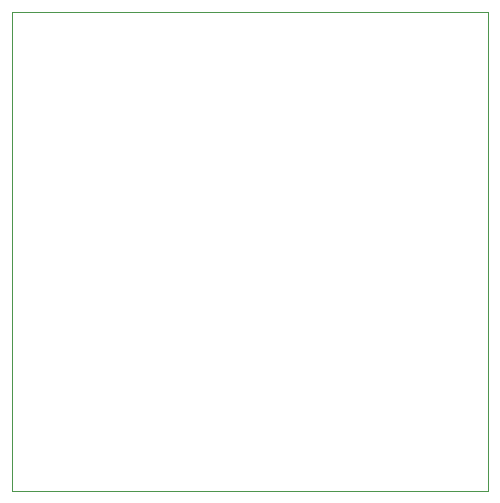
<source format=gbr>
%TF.GenerationSoftware,KiCad,Pcbnew,9.0.7-9.0.7~ubuntu24.04.1*%
%TF.CreationDate,2026-02-05T17:20:45+01:00*%
%TF.ProjectId,LaserDriver,4c617365-7244-4726-9976-65722e6b6963,rev?*%
%TF.SameCoordinates,Original*%
%TF.FileFunction,Profile,NP*%
%FSLAX46Y46*%
G04 Gerber Fmt 4.6, Leading zero omitted, Abs format (unit mm)*
G04 Created by KiCad (PCBNEW 9.0.7-9.0.7~ubuntu24.04.1) date 2026-02-05 17:20:45*
%MOMM*%
%LPD*%
G01*
G04 APERTURE LIST*
%TA.AperFunction,Profile*%
%ADD10C,0.050000*%
%TD*%
G04 APERTURE END LIST*
D10*
X29500000Y-97000000D02*
X69750000Y-97000000D01*
X69750000Y-137500000D01*
X29500000Y-137500000D01*
X29500000Y-97000000D01*
M02*

</source>
